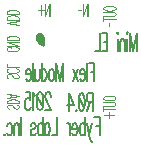
<source format=gbo>
G04 DipTrace 2.4.0.2*
%INDRV2667.gbo*%
%MOMM*%
%ADD10C,0.25*%
%ADD33C,0.165*%
%ADD41O,0.723X0.863*%
%ADD65C,0.111*%
%FSLAX53Y53*%
G04*
G71*
G90*
G75*
G01*
%LNBotSilk*%
%LPD*%
G36*
X16083Y18565D2*
X15467Y19199D1*
X15950Y19545D1*
X16077Y19389D1*
X16083Y18565D1*
G37*
D41*
X15802Y19260D3*
X16087Y18682D2*
D10*
G02X15570Y19185I68J586D01*
G01*
X16100Y18705D2*
G03X16040Y19325I-970J219D01*
G01*
X21115Y14244D2*
D65*
X21164Y14293D1*
X21261Y14342D1*
X21358Y14366D1*
X21504Y14390D1*
X21748D1*
X21893Y14366D1*
X21990Y14342D1*
X22087Y14293D1*
X22136Y14244D1*
Y14147D1*
X22087Y14099D1*
X21990Y14050D1*
X21893Y14026D1*
X21748Y14002D1*
X21504D1*
X21358Y14026D1*
X21261Y14050D1*
X21164Y14099D1*
X21115Y14147D1*
Y14244D1*
Y13891D2*
X21844D1*
X21990Y13867D1*
X22087Y13818D1*
X22136Y13745D1*
Y13696D1*
X22087Y13623D1*
X21990Y13575D1*
X21844Y13550D1*
X21115D1*
Y13269D2*
X22136D1*
X21115Y13439D2*
Y13099D1*
X21189Y12769D2*
X22064D1*
X21627Y12988D2*
Y12550D1*
X23358Y18171D2*
D33*
Y19703D1*
X23650Y18171D1*
X23941Y19703D1*
Y18171D1*
X23192Y19703D2*
X23155Y19630D1*
X23118Y19703D1*
X23155Y19777D1*
X23192Y19703D1*
X23155Y19192D2*
Y18171D1*
X22952Y19192D2*
Y18171D1*
Y18901D2*
X22842Y19120D1*
X22769Y19192D1*
X22660D1*
X22587Y19120D1*
X22551Y18901D1*
Y18171D1*
X22384Y19703D2*
X22348Y19630D1*
X22311Y19703D1*
X22348Y19777D1*
X22384Y19703D1*
X22348Y19192D2*
Y18171D1*
X20999Y19703D2*
X21472D1*
Y18171D1*
X20999D1*
X21472Y18973D2*
X21181D1*
X20832Y19703D2*
Y18171D1*
X20395D1*
X19904Y17158D2*
X20379D1*
Y15627D1*
Y16429D2*
X20087D1*
X19738Y17158D2*
Y15627D1*
X19571Y16210D2*
X19134D1*
Y16356D1*
X19170Y16503D1*
X19206Y16575D1*
X19280Y16648D1*
X19389D1*
X19462Y16575D1*
X19535Y16429D1*
X19571Y16210D1*
Y16065D1*
X19535Y15846D1*
X19462Y15701D1*
X19389Y15627D1*
X19280D1*
X19206Y15701D1*
X19134Y15846D1*
X18967Y16648D2*
X18566Y15627D1*
Y16648D2*
X18967Y15627D1*
X17145D2*
Y17158D1*
X17436Y15627D1*
X17728Y17158D1*
Y15627D1*
X16796Y16648D2*
X16869Y16575D1*
X16942Y16429D1*
X16978Y16210D1*
Y16065D1*
X16942Y15846D1*
X16869Y15701D1*
X16796Y15627D1*
X16687D1*
X16613Y15701D1*
X16541Y15846D1*
X16504Y16065D1*
Y16210D1*
X16541Y16429D1*
X16613Y16575D1*
X16687Y16648D1*
X16796D1*
X15900Y17158D2*
Y15627D1*
Y16429D2*
X15973Y16575D1*
X16046Y16648D1*
X16155D1*
X16228Y16575D1*
X16301Y16429D1*
X16337Y16210D1*
Y16065D1*
X16301Y15846D1*
X16228Y15701D1*
X16155Y15627D1*
X16046D1*
X15973Y15701D1*
X15900Y15846D1*
X15733Y16648D2*
Y15918D1*
X15697Y15701D1*
X15624Y15627D1*
X15514D1*
X15442Y15701D1*
X15332Y15918D1*
Y16648D2*
Y15627D1*
X15166Y17158D2*
Y15627D1*
X14999Y16210D2*
X14562D1*
Y16356D1*
X14598Y16503D1*
X14634Y16575D1*
X14708Y16648D1*
X14817D1*
X14890Y16575D1*
X14963Y16429D1*
X14999Y16210D1*
Y16065D1*
X14963Y15846D1*
X14890Y15701D1*
X14817Y15627D1*
X14708D1*
X14634Y15701D1*
X14562Y15846D1*
X20219Y13891D2*
X19892D1*
X19782Y13965D1*
X19745Y14038D1*
X19709Y14182D1*
Y14329D1*
X19745Y14474D1*
X19782Y14548D1*
X19892Y14620D1*
X20219D1*
Y13089D1*
X19964Y13891D2*
X19709Y13089D1*
X19323Y14619D2*
X19433Y14546D1*
X19506Y14327D1*
X19542Y13963D1*
Y13744D1*
X19506Y13381D1*
X19433Y13162D1*
X19323Y13089D1*
X19251D1*
X19141Y13162D1*
X19069Y13381D1*
X19032Y13744D1*
Y13963D1*
X19069Y14327D1*
X19141Y14546D1*
X19251Y14619D1*
X19323D1*
X19069Y14327D2*
X19506Y13381D1*
X18829Y13236D2*
X18865Y13162D1*
X18829Y13089D1*
X18792Y13162D1*
X18829Y13236D1*
X18261Y13089D2*
Y14619D1*
X18625Y13600D1*
X18079D1*
X21138Y21854D2*
D65*
X21186Y21903D1*
X21284Y21951D1*
X21381Y21976D1*
X21527Y22000D1*
X21770D1*
X21915Y21976D1*
X22013Y21951D1*
X22109Y21903D1*
X22159Y21854D1*
Y21757D1*
X22109Y21709D1*
X22013Y21660D1*
X21915Y21636D1*
X21770Y21611D1*
X21527D1*
X21381Y21636D1*
X21284Y21660D1*
X21186Y21709D1*
X21138Y21757D1*
Y21854D1*
Y21500D2*
X21867D1*
X22013Y21476D1*
X22109Y21427D1*
X22159Y21354D1*
Y21306D1*
X22109Y21233D1*
X22013Y21184D1*
X21867Y21160D1*
X21138D1*
Y20879D2*
X22159D1*
X21138Y21049D2*
Y20709D1*
X21649Y20597D2*
Y20317D1*
X20357Y12567D2*
D33*
X20831D1*
Y11036D1*
Y11838D2*
X20540D1*
X20153Y12057D2*
X19935Y11036D1*
X20007Y10744D1*
X20081Y10598D1*
X20153Y10525D1*
X20190D1*
X19716Y12057D2*
X19935Y11036D1*
X19549Y12567D2*
Y11036D1*
Y11838D2*
X19476Y11984D1*
X19404Y12057D1*
X19294D1*
X19222Y11984D1*
X19148Y11838D1*
X19112Y11619D1*
Y11474D1*
X19148Y11255D1*
X19222Y11110D1*
X19294Y11036D1*
X19404D1*
X19476Y11110D1*
X19549Y11255D1*
X18946Y11619D2*
X18508D1*
Y11765D1*
X18545Y11912D1*
X18581Y11984D1*
X18654Y12057D1*
X18764D1*
X18836Y11984D1*
X18909Y11838D1*
X18946Y11619D1*
Y11474D1*
X18909Y11255D1*
X18836Y11110D1*
X18764Y11036D1*
X18654D1*
X18581Y11110D1*
X18508Y11255D1*
X18342Y12057D2*
Y11036D1*
Y11619D2*
X18305Y11838D1*
X18232Y11984D1*
X18159Y12057D1*
X18049D1*
X17211Y12567D2*
Y11036D1*
X16774D1*
X16170Y12057D2*
Y11036D1*
Y11838D2*
X16242Y11984D1*
X16315Y12057D1*
X16424D1*
X16497Y11984D1*
X16570Y11838D1*
X16607Y11619D1*
Y11474D1*
X16570Y11255D1*
X16497Y11110D1*
X16424Y11036D1*
X16315D1*
X16242Y11110D1*
X16170Y11255D1*
X16003Y12567D2*
Y11036D1*
Y11838D2*
X15930Y11984D1*
X15857Y12057D1*
X15748D1*
X15675Y11984D1*
X15602Y11838D1*
X15566Y11619D1*
Y11474D1*
X15602Y11255D1*
X15675Y11110D1*
X15748Y11036D1*
X15857D1*
X15930Y11110D1*
X16003Y11255D1*
X14998Y11838D2*
X15035Y11984D1*
X15144Y12057D1*
X15254D1*
X15363Y11984D1*
X15399Y11838D1*
X15363Y11693D1*
X15290Y11619D1*
X15108Y11546D1*
X15035Y11474D1*
X14998Y11327D1*
Y11255D1*
X15035Y11110D1*
X15144Y11036D1*
X15254D1*
X15363Y11110D1*
X15399Y11255D1*
X14160Y12567D2*
Y11036D1*
X13993Y12057D2*
Y11036D1*
Y11765D2*
X13883Y11984D1*
X13810Y12057D1*
X13701D1*
X13628Y11984D1*
X13592Y11765D1*
Y11036D1*
X12987Y11838D2*
X13061Y11984D1*
X13134Y12057D1*
X13243D1*
X13316Y11984D1*
X13388Y11838D1*
X13425Y11619D1*
Y11474D1*
X13388Y11255D1*
X13316Y11110D1*
X13243Y11036D1*
X13134D1*
X13061Y11110D1*
X12987Y11255D1*
X12784Y11182D2*
X12821Y11108D1*
X12784Y11036D1*
X12747Y11108D1*
X12784Y11182D1*
X19831Y22139D2*
D65*
Y21119D1*
X19380Y22139D2*
Y21119D1*
X19720Y22139D1*
Y21119D1*
X19269Y21628D2*
X18988D1*
X16626Y22185D2*
Y21164D1*
X16175Y22185D2*
Y21164D1*
X16515Y22185D1*
Y21164D1*
X15845Y22111D2*
Y21236D1*
X16064Y21673D2*
X15626D1*
X16656Y14334D2*
D33*
Y14406D1*
X16620Y14553D1*
X16584Y14625D1*
X16510Y14698D1*
X16365D1*
X16292Y14625D1*
X16256Y14553D1*
X16219Y14406D1*
Y14261D1*
X16256Y14115D1*
X16328Y13897D1*
X16693Y13168D1*
X16183D1*
X15797Y14698D2*
X15906Y14625D1*
X15980Y14406D1*
X16016Y14042D1*
Y13823D1*
X15980Y13459D1*
X15906Y13240D1*
X15797Y13168D1*
X15725D1*
X15615Y13240D1*
X15543Y13459D1*
X15506Y13823D1*
Y14042D1*
X15543Y14406D1*
X15615Y14625D1*
X15725Y14698D1*
X15797D1*
X15543Y14406D2*
X15980Y13459D1*
X15339Y14406D2*
X15266Y14480D1*
X15156Y14698D1*
Y13168D1*
X14552Y14698D2*
X14916D1*
X14952Y14042D1*
X14916Y14115D1*
X14807Y14189D1*
X14698D1*
X14589Y14115D1*
X14515Y13970D1*
X14479Y13751D1*
Y13606D1*
X14515Y13387D1*
X14589Y13240D1*
X14698Y13168D1*
X14807D1*
X14916Y13240D1*
X14952Y13314D1*
X14989Y13459D1*
X13966Y20356D2*
D65*
X12945Y20551D1*
X13966Y20745D1*
Y20856D2*
X12945D1*
Y21026D1*
X12994Y21099D1*
X13091Y21148D1*
X13189Y21172D1*
X13334Y21196D1*
X13577D1*
X13723Y21172D1*
X13820Y21148D1*
X13918Y21099D1*
X13966Y21026D1*
Y20856D1*
Y21307D2*
X12945D1*
Y21478D1*
X12994Y21551D1*
X13091Y21599D1*
X13189Y21624D1*
X13334Y21648D1*
X13577D1*
X13723Y21624D1*
X13820Y21599D1*
X13918Y21551D1*
X13966Y21478D1*
Y21307D1*
X13729Y18540D2*
X13826Y18515D1*
X13923Y18467D1*
X13972Y18418D1*
Y18321D1*
X13923Y18272D1*
X13826Y18224D1*
X13729Y18199D1*
X13583Y18175D1*
X13339D1*
X13194Y18199D1*
X13097Y18224D1*
X13000Y18272D1*
X12951Y18321D1*
Y18418D1*
X13000Y18467D1*
X13097Y18515D1*
X13194Y18540D1*
X13339D1*
Y18418D1*
X13972Y18991D2*
X12951D1*
X13972Y18651D1*
X12951D1*
X13972Y19102D2*
X12951D1*
Y19272D1*
X13000Y19345D1*
X13097Y19394D1*
X13194Y19418D1*
X13339Y19442D1*
X13583D1*
X13729Y19418D1*
X13826Y19394D1*
X13923Y19345D1*
X13972Y19272D1*
Y19102D1*
X13806Y16233D2*
X13904Y16185D1*
X13952Y16112D1*
Y16015D1*
X13904Y15942D1*
X13806Y15893D1*
X13709D1*
X13612Y15918D1*
X13563Y15942D1*
X13515Y15990D1*
X13417Y16136D1*
X13369Y16185D1*
X13320Y16209D1*
X13223Y16233D1*
X13077D1*
X12981Y16185D1*
X12931Y16112D1*
Y16015D1*
X12981Y15942D1*
X13077Y15893D1*
X13709Y16709D2*
X13806Y16685D1*
X13904Y16636D1*
X13952Y16588D1*
Y16490D1*
X13904Y16442D1*
X13806Y16393D1*
X13709Y16369D1*
X13563Y16344D1*
X13320D1*
X13175Y16369D1*
X13077Y16393D1*
X12981Y16442D1*
X12931Y16490D1*
Y16588D1*
X12981Y16636D1*
X13077Y16685D1*
X13175Y16709D1*
X13952Y16820D2*
X12931D1*
Y17111D1*
X13842Y13640D2*
X13940Y13591D1*
X13988Y13518D1*
Y13421D1*
X13940Y13348D1*
X13842Y13299D1*
X13746D1*
X13648Y13324D1*
X13600Y13348D1*
X13552Y13397D1*
X13454Y13543D1*
X13406Y13591D1*
X13356Y13616D1*
X13260Y13640D1*
X13114D1*
X13017Y13591D1*
X12968Y13518D1*
Y13421D1*
X13017Y13348D1*
X13114Y13299D1*
X13988Y13751D2*
X12968D1*
Y13921D1*
X13017Y13994D1*
X13114Y14043D1*
X13211Y14067D1*
X13356Y14091D1*
X13600D1*
X13746Y14067D1*
X13842Y14043D1*
X13940Y13994D1*
X13988Y13921D1*
Y13751D1*
X12968Y14591D2*
X13988Y14396D1*
X12968Y14202D1*
X13308Y14275D2*
Y14518D1*
M02*

</source>
